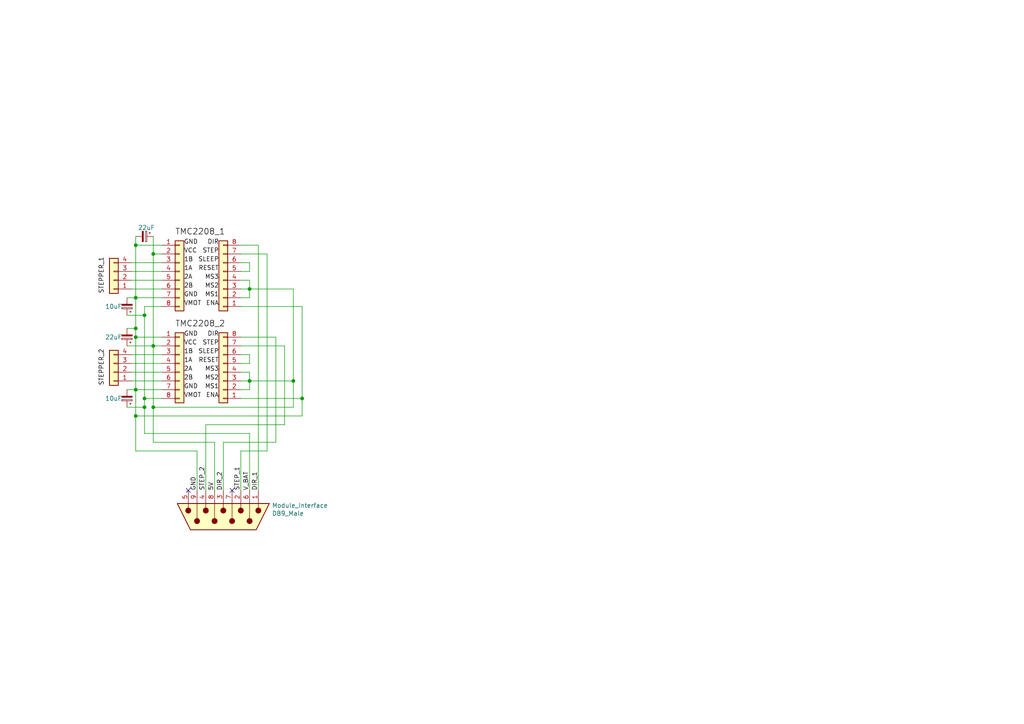
<source format=kicad_sch>
(kicad_sch (version 20211123) (generator eeschema)
  (paper "A4")
  (lib_symbols
    (symbol "Connector:DB9_Male" (pin_names (offset 1.016) hide)
      (property "Reference" "J" (at 0 13.97 0))
      (property "Value" "DB9_Male" (at 0 -14.605 0))
      (symbol "DB9_Male_0_1"
        (circle (center -1.778 -10.16) (radius 0.762) (fill (type outline)))
        (circle (center -1.778 -5.08) (radius 0.762) (fill (type outline)))
        (circle (center -1.778 0) (radius 0.762) (fill (type outline)))
        (circle (center -1.778 5.08) (radius 0.762) (fill (type outline)))
        (circle (center -1.778 10.16) (radius 0.762) (fill (type outline)))
        (polyline (pts (xy -3.81 -10.16) (xy -2.54 -10.16)))
        (polyline (pts (xy -3.81 -7.62) (xy 0.508 -7.62)))
        (polyline (pts (xy -3.81 -5.08) (xy -2.54 -5.08)))
        (polyline (pts (xy -3.81 -2.54) (xy 0.508 -2.54)))
        (polyline (pts (xy -3.81 0) (xy -2.54 0)))
        (polyline (pts (xy -3.81 2.54) (xy 0.508 2.54)))
        (polyline (pts (xy -3.81 5.08) (xy -2.54 5.08)))
        (polyline (pts (xy -3.81 7.62) (xy 0.508 7.62)))
        (polyline (pts (xy -3.81 10.16) (xy -2.54 10.16)))
        (polyline (pts (xy -3.81 -13.335) (xy -3.81 13.335) (xy 3.81 9.525) (xy 3.81 -9.525) (xy -3.81 -13.335)) (stroke (width 0.254)) (fill (type background)))
        (circle (center 1.27 -7.62) (radius 0.762) (fill (type outline)))
        (circle (center 1.27 -2.54) (radius 0.762) (fill (type outline)))
        (circle (center 1.27 2.54) (radius 0.762) (fill (type outline)))
        (circle (center 1.27 7.62) (radius 0.762) (fill (type outline)))
      )
      (symbol "DB9_Male_1_1"
        (pin passive line (at -7.62 -10.16 0) (length 3.81) (name "1") (number "1"))
        (pin passive line (at -7.62 -5.08 0) (length 3.81) (name "2") (number "2"))
        (pin passive line (at -7.62 0 0) (length 3.81) (name "3") (number "3"))
        (pin passive line (at -7.62 5.08 0) (length 3.81) (name "4") (number "4"))
        (pin passive line (at -7.62 10.16 0) (length 3.81) (name "5") (number "5"))
        (pin passive line (at -7.62 -7.62 0) (length 3.81) (name "6") (number "6"))
        (pin passive line (at -7.62 -2.54 0) (length 3.81) (name "7") (number "7"))
        (pin passive line (at -7.62 2.54 0) (length 3.81) (name "8") (number "8"))
        (pin passive line (at -7.62 7.62 0) (length 3.81) (name "9") (number "9"))
      )
    )
    (symbol "Connector_Generic:Conn_01x04" (pin_names (offset 1.016) hide)
      (property "Reference" "J" (at 0 5.08 0))
      (property "Value" "Conn_01x04" (at 0 -7.62 0))
      (symbol "Conn_01x04_1_1"
        (rectangle (start -1.27 -4.953) (end 0 -5.207) (stroke (width 0.1524)))
        (rectangle (start -1.27 -2.413) (end 0 -2.667) (stroke (width 0.1524)))
        (rectangle (start -1.27 0.127) (end 0 -0.127) (stroke (width 0.1524)))
        (rectangle (start -1.27 2.667) (end 0 2.413) (stroke (width 0.1524)))
        (rectangle (start -1.27 3.81) (end 1.27 -6.35) (stroke (width 0.254)) (fill (type background)))
        (pin passive line (at -5.08 2.54 0) (length 3.81) (name "Pin_1") (number "1"))
        (pin passive line (at -5.08 0 0) (length 3.81) (name "Pin_2") (number "2"))
        (pin passive line (at -5.08 -2.54 0) (length 3.81) (name "Pin_3") (number "3"))
        (pin passive line (at -5.08 -5.08 0) (length 3.81) (name "Pin_4") (number "4"))
      )
    )
    (symbol "Connector_Generic:Conn_01x08" (pin_names (offset 1.016) hide)
      (property "Reference" "J" (at 0 10.16 0))
      (property "Value" "Conn_01x08" (at 0 -12.7 0))
      (symbol "Conn_01x08_1_1"
        (rectangle (start -1.27 -10.033) (end 0 -10.287) (stroke (width 0.1524)))
        (rectangle (start -1.27 -7.493) (end 0 -7.747) (stroke (width 0.1524)))
        (rectangle (start -1.27 -4.953) (end 0 -5.207) (stroke (width 0.1524)))
        (rectangle (start -1.27 -2.413) (end 0 -2.667) (stroke (width 0.1524)))
        (rectangle (start -1.27 0.127) (end 0 -0.127) (stroke (width 0.1524)))
        (rectangle (start -1.27 2.667) (end 0 2.413) (stroke (width 0.1524)))
        (rectangle (start -1.27 5.207) (end 0 4.953) (stroke (width 0.1524)))
        (rectangle (start -1.27 7.747) (end 0 7.493) (stroke (width 0.1524)))
        (rectangle (start -1.27 8.89) (end 1.27 -11.43) (stroke (width 0.254)) (fill (type background)))
        (pin passive line (at -5.08 7.62 0) (length 3.81) (name "Pin_1") (number "1"))
        (pin passive line (at -5.08 5.08 0) (length 3.81) (name "Pin_2") (number "2"))
        (pin passive line (at -5.08 2.54 0) (length 3.81) (name "Pin_3") (number "3"))
        (pin passive line (at -5.08 0 0) (length 3.81) (name "Pin_4") (number "4"))
        (pin passive line (at -5.08 -2.54 0) (length 3.81) (name "Pin_5") (number "5"))
        (pin passive line (at -5.08 -5.08 0) (length 3.81) (name "Pin_6") (number "6"))
        (pin passive line (at -5.08 -7.62 0) (length 3.81) (name "Pin_7") (number "7"))
        (pin passive line (at -5.08 -10.16 0) (length 3.81) (name "Pin_8") (number "8"))
      )
    )
    (symbol "Device:C_Polarized_Small" (pin_numbers hide) (pin_names (offset 0.254) hide)
      (property "Reference" "C" (at 0.254 1.778 0))
      (property "Value" "C_Polarized_Small" (at 0.254 -2.032 0))
      (symbol "C_Polarized_Small_0_1"
        (rectangle (start -1.524 -0.3048) (end 1.524 -0.6858) (fill (type outline)))
        (rectangle (start -1.524 0.6858) (end 1.524 0.3048))
        (polyline (pts (xy -1.27 1.524) (xy -0.762 1.524)))
        (polyline (pts (xy -1.016 1.27) (xy -1.016 1.778)))
      )
      (symbol "C_Polarized_Small_1_1"
        (pin passive line (at 0 2.54 270) (length 1.8542) (name "~") (number "1"))
        (pin passive line (at 0 -2.54 90) (length 1.8542) (name "~") (number "2"))
      )
    )
  )
  (junction (at 44.45 100.33))
  (junction (at 39.37 95.25))
  (junction (at 39.37 86.36))
  (junction (at 72.39 83.82))
  (junction (at 39.37 71.12))
  (junction (at 44.45 73.66))
  (junction (at 41.91 118.11))
  (junction (at 85.09 110.49))
  (junction (at 41.91 91.44))
  (junction (at 72.39 110.49))
  (junction (at 87.63 115.57))
  (junction (at 39.37 113.03))
  (junction (at 39.37 97.79))
  (junction (at 44.45 118.11))
  (junction (at 41.91 115.57))
  (junction (at 39.37 120.65))
  (no_connect (at 67.31 142.24))
  (no_connect (at 54.61 142.24))
  (wire (pts (xy 44.45 100.33) (xy 44.45 118.11)))
  (wire (pts (xy 69.85 107.95) (xy 72.39 107.95)))
  (wire (pts (xy 85.09 83.82) (xy 85.09 110.49)))
  (wire (pts (xy 72.39 113.03) (xy 69.85 113.03)))
  (wire (pts (xy 69.85 115.57) (xy 87.63 115.57)))
  (wire (pts (xy 69.85 130.81) (xy 69.85 142.24)))
  (wire (pts (xy 38.1 110.49) (xy 46.99 110.49)))
  (wire (pts (xy 72.39 76.2) (xy 72.39 78.74)))
  (wire (pts (xy 38.1 83.82) (xy 46.99 83.82)))
  (wire (pts (xy 69.85 83.82) (xy 72.39 83.82)))
  (wire (pts (xy 39.37 97.79) (xy 46.99 97.79)))
  (wire (pts (xy 59.69 123.19) (xy 59.69 142.24)))
  (wire (pts (xy 41.91 115.57) (xy 41.91 118.11)))
  (wire (pts (xy 39.37 113.03) (xy 39.37 120.65)))
  (wire (pts (xy 77.47 130.81) (xy 69.85 130.81)))
  (wire (pts (xy 39.37 86.36) (xy 46.99 86.36)))
  (wire (pts (xy 41.91 118.11) (xy 41.91 125.73)))
  (wire (pts (xy 41.91 88.9) (xy 41.91 91.44)))
  (wire (pts (xy 39.37 120.65) (xy 39.37 130.81)))
  (wire (pts (xy 72.39 110.49) (xy 72.39 113.03)))
  (wire (pts (xy 72.39 81.28) (xy 72.39 83.82)))
  (wire (pts (xy 72.39 110.49) (xy 85.09 110.49)))
  (wire (pts (xy 87.63 115.57) (xy 87.63 88.9)))
  (wire (pts (xy 72.39 86.36) (xy 69.85 86.36)))
  (wire (pts (xy 39.37 113.03) (xy 46.99 113.03)))
  (wire (pts (xy 72.39 83.82) (xy 85.09 83.82)))
  (wire (pts (xy 44.45 128.27) (xy 44.45 118.11)))
  (wire (pts (xy 36.83 118.11) (xy 41.91 118.11)))
  (wire (pts (xy 80.01 128.27) (xy 80.01 97.79)))
  (wire (pts (xy 39.37 71.12) (xy 46.99 71.12)))
  (wire (pts (xy 69.85 81.28) (xy 72.39 81.28)))
  (wire (pts (xy 87.63 115.57) (xy 87.63 120.65)))
  (wire (pts (xy 38.1 107.95) (xy 46.99 107.95)))
  (wire (pts (xy 39.37 71.12) (xy 39.37 86.36)))
  (wire (pts (xy 69.85 100.33) (xy 82.55 100.33)))
  (wire (pts (xy 44.45 73.66) (xy 46.99 73.66)))
  (wire (pts (xy 44.45 100.33) (xy 46.99 100.33)))
  (wire (pts (xy 82.55 123.19) (xy 59.69 123.19)))
  (wire (pts (xy 38.1 105.41) (xy 46.99 105.41)))
  (wire (pts (xy 39.37 68.58) (xy 39.37 71.12)))
  (wire (pts (xy 36.83 91.44) (xy 41.91 91.44)))
  (wire (pts (xy 82.55 100.33) (xy 82.55 123.19)))
  (wire (pts (xy 41.91 88.9) (xy 46.99 88.9)))
  (wire (pts (xy 44.45 118.11) (xy 85.09 118.11)))
  (wire (pts (xy 69.85 88.9) (xy 87.63 88.9)))
  (wire (pts (xy 39.37 95.25) (xy 36.83 95.25)))
  (wire (pts (xy 69.85 71.12) (xy 74.93 71.12)))
  (wire (pts (xy 39.37 120.65) (xy 87.63 120.65)))
  (wire (pts (xy 38.1 81.28) (xy 46.99 81.28)))
  (wire (pts (xy 39.37 130.81) (xy 57.15 130.81)))
  (wire (pts (xy 62.23 128.27) (xy 62.23 142.24)))
  (wire (pts (xy 41.91 115.57) (xy 46.99 115.57)))
  (wire (pts (xy 44.45 73.66) (xy 44.45 100.33)))
  (wire (pts (xy 64.77 128.27) (xy 80.01 128.27)))
  (wire (pts (xy 72.39 125.73) (xy 72.39 142.24)))
  (wire (pts (xy 69.85 102.87) (xy 72.39 102.87)))
  (wire (pts (xy 64.77 128.27) (xy 64.77 142.24)))
  (wire (pts (xy 57.15 130.81) (xy 57.15 142.24)))
  (wire (pts (xy 38.1 102.87) (xy 46.99 102.87)))
  (wire (pts (xy 72.39 83.82) (xy 72.39 86.36)))
  (wire (pts (xy 38.1 78.74) (xy 46.99 78.74)))
  (wire (pts (xy 36.83 113.03) (xy 39.37 113.03)))
  (wire (pts (xy 39.37 86.36) (xy 39.37 95.25)))
  (wire (pts (xy 39.37 113.03) (xy 39.37 97.79)))
  (wire (pts (xy 72.39 102.87) (xy 72.39 105.41)))
  (wire (pts (xy 36.83 100.33) (xy 44.45 100.33)))
  (wire (pts (xy 69.85 76.2) (xy 72.39 76.2)))
  (wire (pts (xy 39.37 95.25) (xy 39.37 97.79)))
  (wire (pts (xy 72.39 107.95) (xy 72.39 110.49)))
  (wire (pts (xy 85.09 118.11) (xy 85.09 110.49)))
  (wire (pts (xy 80.01 97.79) (xy 69.85 97.79)))
  (wire (pts (xy 77.47 73.66) (xy 77.47 130.81)))
  (wire (pts (xy 74.93 71.12) (xy 74.93 142.24)))
  (wire (pts (xy 72.39 105.41) (xy 69.85 105.41)))
  (wire (pts (xy 41.91 91.44) (xy 41.91 115.57)))
  (wire (pts (xy 38.1 76.2) (xy 46.99 76.2)))
  (wire (pts (xy 62.23 128.27) (xy 44.45 128.27)))
  (wire (pts (xy 44.45 68.58) (xy 44.45 73.66)))
  (wire (pts (xy 41.91 125.73) (xy 72.39 125.73)))
  (wire (pts (xy 72.39 78.74) (xy 69.85 78.74)))
  (wire (pts (xy 36.83 86.36) (xy 39.37 86.36)))
  (wire (pts (xy 72.39 110.49) (xy 69.85 110.49)))
  (wire (pts (xy 77.47 73.66) (xy 69.85 73.66)))
  (label "MS1" (at 63.5 86.36 180))
  (label "DIR_2" (at 64.77 142.24 90))
  (label "GND" (at 53.34 71.12 0))
  (label "STEP_1" (at 69.85 142.24 90))
  (label "VMOT" (at 53.34 115.57 0))
  (label "DIR" (at 63.5 71.12 180))
  (label "2A" (at 53.34 81.28 0))
  (label "ENA" (at 63.5 88.9 180))
  (label "GND" (at 57.15 142.24 90))
  (label "ENA" (at 63.5 115.57 180))
  (label "DIR" (at 63.5 97.79 180))
  (label "TMC2208_2" (at 50.8 95.25 0) (effects (font (size 1.7 1.7))))
  (label "STEP" (at 63.5 73.66 180))
  (label "1A" (at 53.34 105.41 0))
  (label "1B" (at 53.34 102.87 0))
  (label "SLEEP" (at 63.5 76.2 180))
  (label "2A" (at 53.34 107.95 0))
  (label "STEP_2" (at 59.69 142.24 90))
  (label "TMC2208_1" (at 50.8 68.58 0) (effects (font (size 1.7 1.7))))
  (label "V_BAT" (at 72.39 142.24 90))
  (label "GND" (at 53.34 97.79 0))
  (label "RESET" (at 63.5 105.41 180))
  (label "MS3" (at 63.5 81.28 180))
  (label "MS3" (at 63.5 107.95 180))
  (label "SLEEP" (at 63.5 102.87 180))
  (label "DIR_1" (at 74.93 142.24 90))
  (label "VMOT" (at 53.34 88.9 0))
  (label "GND" (at 53.34 113.03 0))
  (label "5V" (at 62.23 142.24 90))
  (label "MS2" (at 63.5 110.49 180))
  (label "STEP" (at 63.5 100.33 180))
  (label "RESET" (at 63.5 78.74 180))
  (label "1B" (at 53.34 76.2 0))
  (label "1A" (at 53.34 78.74 0))
  (label "MS1" (at 63.5 113.03 180))
  (label "VCC" (at 53.34 100.33 0))
  (label "STEPPER_1" (at 30.48 85.09 90))
  (label "GND" (at 53.34 86.36 0))
  (label "2B" (at 53.34 83.82 0))
  (label "MS2" (at 63.5 83.82 180))
  (label "2B" (at 53.34 110.49 0))
  (label "VCC" (at 53.34 73.66 0))
  (label "STEPPER_2" (at 30.48 111.76 90))
  (symbol (lib_id "Connector_Generic:Conn_01x08") (at 52.07 78.74 0) (unit 1)
    (property "Reference" "conn_1.1" (effects hide))
    (property "Value" "TMC2208" (effects hide))
  )
  (symbol (lib_id "Connector_Generic:Conn_01x08") (at 64.77 81.28 180) (unit 1)
    (property "Reference" "conn_1.2" (effects hide))
    (property "Value" "TMC2208" (effects hide))
  )
  (symbol (lib_id "Connector_Generic:Conn_01x04") (at 33.02 81.28 180) (unit 1)
    (property "Reference" "JST_Motor_1" (effects hide))
    (property "Value" "Conn_01x04" (effects hide))
  )
  (symbol (lib_id "Connector_Generic:Conn_01x08") (at 52.07 105.41 0) (unit 1)
    (property "Reference" "conn_2.1" (effects hide))
    (property "Value" "TMC2208" (effects hide))
  )
  (symbol (lib_id "Connector_Generic:Conn_01x08") (at 64.77 107.95 180) (unit 1)
    (property "Reference" "conn_2.2" (effects hide))
    (property "Value" "TMC2208" (effects hide))
  )
  (symbol (lib_id "Connector_Generic:Conn_01x04") (at 33.02 107.95 180) (unit 1)
    (property "Reference" "JST_Motor_2" (effects hide))
    (property "Value" "Conn_01x04" (effects hide))
  )
  (symbol (lib_id "Connector:DB9_Male") (at 64.77 149.86 90) (mirror x) (unit 1)
    (property "Reference" "Module_Interface" (at 78.867 146.6088 90) (effects (justify right)))
    (property "Value" "DB9_Male" (at 78.867 148.9202 90) (effects (justify right)))
    (property "Datasheet" " ~" (effects hide))
  )
  (symbol (lib_id "Device:C_Polarized_Small") (at 36.83 88.9 180) (unit 1)
    (property "Reference" "C?" (effects hide))
    (property "Value" "10uF" (at 30.48 88.9 0) (effects (justify right)))
  )
  (symbol (lib_id "Device:C_Polarized_Small") (at 36.83 97.79 180) (unit 1)
    (property "Reference" "C?" (effects hide))
    (property "Value" "22uF" (at 30.48 97.79 0) (effects (justify right)))
  )
  (symbol (lib_id "Device:C_Polarized_Small") (at 36.83 115.57 180) (unit 1)
    (property "Reference" "C?" (effects hide))
    (property "Value" "10uF" (at 30.48 115.57 0) (effects (justify right)))
  )
  (symbol (lib_id "Device:C_Polarized_Small") (at 41.91 68.58 270) (unit 1)
    (property "Reference" "C?" (effects hide))
    (property "Value" "22uF" (at 42.4561 66.0201 90))
  )
)
</source>
